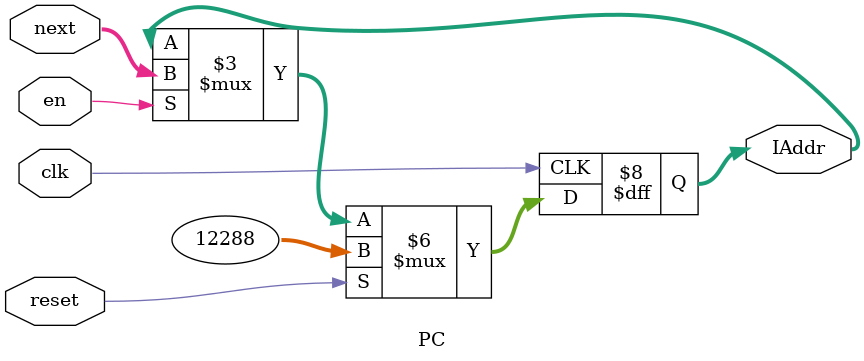
<source format=v>
`timescale 1ns / 1ns
module PC(
input clk,
input en,
input reset,
input [31:0]next,
output reg [31:0]IAddr=32'h00003000
);
    always @(posedge clk) begin
	     if(reset) IAddr<=32'h00003000;
		  else if(en) IAddr<=next;
	 end
endmodule

</source>
